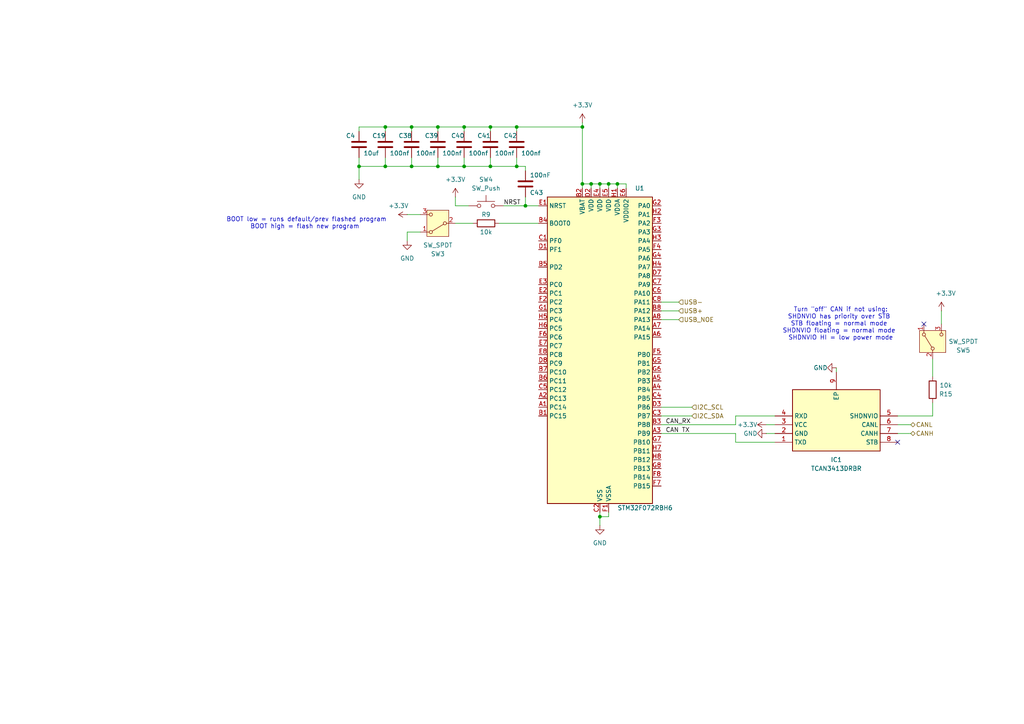
<source format=kicad_sch>
(kicad_sch (version 20231120) (generator "eeschema") (generator_version "8.0")
  (paper "A4")
  (lib_symbols
    (symbol "Device:C" (pin_numbers hide) (pin_names (offset 0.254))
      (property "Reference" "C" (at 0.635 2.54 0))
      (property "Value" "C" (at 0.635 -2.54 0))
      (symbol "C_0_1"
        (polyline (pts (xy -2.032 -0.762) (xy 2.032 -0.762)) (stroke (width 0.508)))
        (polyline (pts (xy -2.032 0.762) (xy 2.032 0.762)) (stroke (width 0.508)))
      )
      (symbol "C_1_1"
        (pin passive line (at 0 3.81 270) (length 2.794) (name "~") (number "1"))
        (pin passive line (at 0 -3.81 90) (length 2.794) (name "~") (number "2"))
      )
    )
    (symbol "Device:R" (pin_numbers hide) (pin_names (offset 0))
      (property "Reference" "R" (at 2.032 0 90))
      (property "Value" "R" (at 0 0 90))
      (symbol "R_0_1"
        (rectangle (start -1.016 -2.54) (end 1.016 2.54) (stroke (width 0.254)))
      )
      (symbol "R_1_1"
        (pin passive line (at 0 3.81 270) (length 1.27) (name "~") (number "1"))
        (pin passive line (at 0 -3.81 90) (length 1.27) (name "~") (number "2"))
      )
    )
    (symbol "MCU_ST_STM32F0:STM32F072RBHx"
      (property "Reference" "U" (at -15.24 46.99 0))
      (property "Value" "STM32F072RBHx" (at 10.16 46.99 0))
      (symbol "STM32F072RBHx_0_1"
        (rectangle (start -15.24 -43.18) (end 15.24 45.72) (stroke (width 0.254)) (fill (type background)))
      )
      (symbol "STM32F072RBHx_1_1"
        (pin bidirectional line (at -17.78 -15.24 0) (length 2.54) (name "PC14") (number "A1"))
        (pin bidirectional line (at -17.78 -12.7 0) (length 2.54) (name "PC13") (number "A2"))
        (pin bidirectional line (at 17.78 -22.86 180) (length 2.54) (name "PB9") (number "A3"))
        (pin bidirectional line (at 17.78 -10.16 180) (length 2.54) (name "PB4") (number "A4"))
        (pin bidirectional line (at 17.78 -7.62 180) (length 2.54) (name "PB3") (number "A5"))
        (pin bidirectional line (at 17.78 5.08 180) (length 2.54) (name "PA15") (number "A6"))
        (pin bidirectional line (at 17.78 7.62 180) (length 2.54) (name "PA14") (number "A7"))
        (pin bidirectional line (at 17.78 10.16 180) (length 2.54) (name "PA13") (number "A8"))
        (pin bidirectional line (at -17.78 -17.78 0) (length 2.54) (name "PC15") (number "B1"))
        (pin power_in line (at -5.08 48.26 270) (length 2.54) (name "VBAT") (number "B2"))
        (pin bidirectional line (at 17.78 -20.32 180) (length 2.54) (name "PB8") (number "B3"))
        (pin input line (at -17.78 38.1 0) (length 2.54) (name "BOOT0") (number "B4"))
        (pin bidirectional line (at -17.78 25.4 0) (length 2.54) (name "PD2") (number "B5"))
        (pin bidirectional line (at -17.78 -7.62 0) (length 2.54) (name "PC11") (number "B6"))
        (pin bidirectional line (at -17.78 -5.08 0) (length 2.54) (name "PC10") (number "B7"))
        (pin bidirectional line (at 17.78 12.7 180) (length 2.54) (name "PA12") (number "B8"))
        (pin bidirectional line (at -17.78 33.02 0) (length 2.54) (name "PF0") (number "C1"))
        (pin power_in line (at 0 -45.72 90) (length 2.54) (name "VSS") (number "C2"))
        (pin bidirectional line (at 17.78 -17.78 180) (length 2.54) (name "PB7") (number "C3"))
        (pin bidirectional line (at 17.78 -12.7 180) (length 2.54) (name "PB5") (number "C4"))
        (pin bidirectional line (at -17.78 -10.16 0) (length 2.54) (name "PC12") (number "C5"))
        (pin bidirectional line (at 17.78 17.78 180) (length 2.54) (name "PA10") (number "C6"))
        (pin bidirectional line (at 17.78 20.32 180) (length 2.54) (name "PA9") (number "C7"))
        (pin bidirectional line (at 17.78 15.24 180) (length 2.54) (name "PA11") (number "C8"))
        (pin bidirectional line (at -17.78 30.48 0) (length 2.54) (name "PF1") (number "D1"))
        (pin power_in line (at -2.54 48.26 270) (length 2.54) (name "VDD") (number "D2"))
        (pin bidirectional line (at 17.78 -15.24 180) (length 2.54) (name "PB6") (number "D3"))
        (pin passive line (at 0 -45.72 90) (length 2.54) hide (name "VSS") (number "D4"))
        (pin passive line (at 0 -45.72 90) (length 2.54) hide (name "VSS") (number "D5"))
        (pin passive line (at 0 -45.72 90) (length 2.54) hide (name "VSS") (number "D6"))
        (pin bidirectional line (at 17.78 22.86 180) (length 2.54) (name "PA8") (number "D7"))
        (pin bidirectional line (at -17.78 -2.54 0) (length 2.54) (name "PC9") (number "D8"))
        (pin input line (at -17.78 43.18 0) (length 2.54) (name "NRST") (number "E1"))
        (pin bidirectional line (at -17.78 17.78 0) (length 2.54) (name "PC1") (number "E2"))
        (pin bidirectional line (at -17.78 20.32 0) (length 2.54) (name "PC0") (number "E3"))
        (pin power_in line (at 0 48.26 270) (length 2.54) (name "VDD") (number "E4"))
        (pin power_in line (at 2.54 48.26 270) (length 2.54) (name "VDD") (number "E5"))
        (pin power_in line (at 7.62 48.26 270) (length 2.54) (name "VDDIO2") (number "E6"))
        (pin bidirectional line (at -17.78 2.54 0) (length 2.54) (name "PC7") (number "E7"))
        (pin bidirectional line (at -17.78 0 0) (length 2.54) (name "PC8") (number "E8"))
        (pin power_in line (at 2.54 -45.72 90) (length 2.54) (name "VSSA") (number "F1"))
        (pin bidirectional line (at -17.78 15.24 0) (length 2.54) (name "PC2") (number "F2"))
        (pin bidirectional line (at 17.78 38.1 180) (length 2.54) (name "PA2") (number "F3"))
        (pin bidirectional line (at 17.78 30.48 180) (length 2.54) (name "PA5") (number "F4"))
        (pin bidirectional line (at 17.78 0 180) (length 2.54) (name "PB0") (number "F5"))
        (pin bidirectional line (at -17.78 5.08 0) (length 2.54) (name "PC6") (number "F6"))
        (pin bidirectional line (at 17.78 -38.1 180) (length 2.54) (name "PB15") (number "F7"))
        (pin bidirectional line (at 17.78 -35.56 180) (length 2.54) (name "PB14") (number "F8"))
        (pin bidirectional line (at -17.78 12.7 0) (length 2.54) (name "PC3") (number "G1"))
        (pin bidirectional line (at 17.78 43.18 180) (length 2.54) (name "PA0") (number "G2"))
        (pin bidirectional line (at 17.78 35.56 180) (length 2.54) (name "PA3") (number "G3"))
        (pin bidirectional line (at 17.78 27.94 180) (length 2.54) (name "PA6") (number "G4"))
        (pin bidirectional line (at 17.78 -2.54 180) (length 2.54) (name "PB1") (number "G5"))
        (pin bidirectional line (at 17.78 -5.08 180) (length 2.54) (name "PB2") (number "G6"))
        (pin bidirectional line (at 17.78 -25.4 180) (length 2.54) (name "PB10") (number "G7"))
        (pin bidirectional line (at 17.78 -33.02 180) (length 2.54) (name "PB13") (number "G8"))
        (pin power_in line (at 5.08 48.26 270) (length 2.54) (name "VDDA") (number "H1"))
        (pin bidirectional line (at 17.78 40.64 180) (length 2.54) (name "PA1") (number "H2"))
        (pin bidirectional line (at 17.78 33.02 180) (length 2.54) (name "PA4") (number "H3"))
        (pin bidirectional line (at 17.78 25.4 180) (length 2.54) (name "PA7") (number "H4"))
        (pin bidirectional line (at -17.78 10.16 0) (length 2.54) (name "PC4") (number "H5"))
        (pin bidirectional line (at -17.78 7.62 0) (length 2.54) (name "PC5") (number "H6"))
        (pin bidirectional line (at 17.78 -27.94 180) (length 2.54) (name "PB11") (number "H7"))
        (pin bidirectional line (at 17.78 -30.48 180) (length 2.54) (name "PB12") (number "H8"))
      )
    )
    (symbol "SamacSys_Parts:TCAN3413DRBR"
      (property "Reference" "IC" (at 31.75 7.62 0))
      (property "Value" "TCAN3413DRBR" (at 31.75 5.08 0))
      (symbol "TCAN3413DRBR_1_1"
        (rectangle (start 5.08 2.54) (end 30.48 -15.24) (stroke (width 0.254)) (fill (type background)))
        (pin passive line (at 0 0 0) (length 5.08) (name "TXD") (number "1"))
        (pin passive line (at 0 -2.54 0) (length 5.08) (name "GND") (number "2"))
        (pin passive line (at 0 -5.08 0) (length 5.08) (name "VCC") (number "3"))
        (pin passive line (at 0 -7.62 0) (length 5.08) (name "RXD") (number "4"))
        (pin passive line (at 35.56 -7.62 180) (length 5.08) (name "SHDNVIO") (number "5"))
        (pin passive line (at 35.56 -5.08 180) (length 5.08) (name "CANL") (number "6"))
        (pin passive line (at 35.56 -2.54 180) (length 5.08) (name "CANH") (number "7"))
        (pin passive line (at 35.56 0 180) (length 5.08) (name "STB") (number "8"))
        (pin passive line (at 17.78 -20.32 90) (length 5.08) (name "EP") (number "9"))
      )
    )
    (symbol "Switch:SW_Push" (pin_numbers hide) (pin_names (offset 1.016) hide)
      (property "Reference" "SW" (at 1.27 2.54 0))
      (property "Value" "SW_Push" (at 0 -1.524 0))
      (symbol "SW_Push_0_1"
        (circle (center -2.032 0) (radius 0.508))
        (polyline (pts (xy 0 1.27) (xy 0 3.048)))
        (polyline (pts (xy 2.54 1.27) (xy -2.54 1.27)))
        (circle (center 2.032 0) (radius 0.508))
        (pin passive line (at -5.08 0 0) (length 2.54) (name "1") (number "1"))
        (pin passive line (at 5.08 0 180) (length 2.54) (name "2") (number "2"))
      )
    )
    (symbol "Switch:SW_SPDT" (pin_names (offset 0) hide)
      (property "Reference" "SW" (at 0 5.08 0))
      (property "Value" "SW_SPDT" (at 0 -5.08 0))
      (symbol "SW_SPDT_0_1"
        (circle (center -2.032 0) (radius 0.4572))
        (polyline (pts (xy -1.651 0.254) (xy 1.651 2.286)))
        (circle (center 2.032 -2.54) (radius 0.4572))
        (circle (center 2.032 2.54) (radius 0.4572))
      )
      (symbol "SW_SPDT_1_1"
        (rectangle (start -3.175 3.81) (end 3.175 -3.81) (fill (type background)))
        (pin passive line (at 5.08 2.54 180) (length 2.54) (name "A") (number "1"))
        (pin passive line (at -5.08 0 0) (length 2.54) (name "B") (number "2"))
        (pin passive line (at 5.08 -2.54 180) (length 2.54) (name "C") (number "3"))
      )
    )
    (symbol "power:+3.3V" (power) (pin_numbers hide) (pin_names (offset 0) hide)
      (property "Value" "+3.3V" (at 0 3.556 0))
      (symbol "+3.3V_0_1"
        (polyline (pts (xy -0.762 1.27) (xy 0 2.54)))
        (polyline (pts (xy 0 0) (xy 0 2.54)))
        (polyline (pts (xy 0 2.54) (xy 0.762 1.27)))
      )
      (symbol "+3.3V_1_1"
        (pin power_in line (at 0 0 90) (length 0) (name "~") (number "1"))
      )
    )
    (symbol "power:GND" (power) (pin_numbers hide) (pin_names (offset 0) hide)
      (property "Value" "GND" (at 0 -3.81 0))
      (symbol "GND_0_1"
        (polyline (pts (xy 0 0) (xy 0 -1.27) (xy 1.27 -1.27) (xy 0 -2.54) (xy -1.27 -1.27) (xy 0 -1.27)))
      )
      (symbol "GND_1_1"
        (pin power_in line (at 0 0 270) (length 0) (name "~") (number "1"))
      )
    )
  )
  (junction (at 119.38 36.83))
  (junction (at 152.4 59.69))
  (junction (at 149.86 48.26))
  (junction (at 173.99 149.86))
  (junction (at 111.76 48.26))
  (junction (at 111.76 36.83))
  (junction (at 142.24 48.26))
  (junction (at 149.86 36.83))
  (junction (at 173.99 53.34))
  (junction (at 104.14 48.26))
  (junction (at 134.62 48.26))
  (junction (at 168.91 36.83))
  (junction (at 134.62 36.83))
  (junction (at 142.24 36.83))
  (junction (at 127 48.26))
  (junction (at 179.07 53.34))
  (junction (at 127 36.83))
  (junction (at 176.53 53.34))
  (junction (at 168.91 53.34))
  (junction (at 171.45 53.34))
  (junction (at 119.38 48.26))
  (no_connect (at 260.35 128.27))
  (no_connect (at 267.97 93.98))
  (wire (pts (xy 149.86 36.83) (xy 168.91 36.83)))
  (wire (pts (xy 191.77 92.71) (xy 196.85 92.71)))
  (wire (pts (xy 132.08 64.77) (xy 137.16 64.77)))
  (wire (pts (xy 171.45 54.61) (xy 171.45 53.34)))
  (wire (pts (xy 179.07 53.34) (xy 181.61 53.34)))
  (wire (pts (xy 171.45 53.34) (xy 173.99 53.34)))
  (wire (pts (xy 173.99 148.59) (xy 173.99 149.86)))
  (wire (pts (xy 142.24 36.83) (xy 134.62 36.83)))
  (wire (pts (xy 104.14 48.26) (xy 104.14 52.07)))
  (wire (pts (xy 224.79 125.73) (xy 222.25 125.73)))
  (wire (pts (xy 173.99 149.86) (xy 173.99 152.4)))
  (wire (pts (xy 176.53 149.86) (xy 173.99 149.86)))
  (wire (pts (xy 134.62 36.83) (xy 127 36.83)))
  (wire (pts (xy 119.38 36.83) (xy 111.76 36.83)))
  (wire (pts (xy 176.53 148.59) (xy 176.53 149.86)))
  (wire (pts (xy 118.11 62.23) (xy 121.92 62.23)))
  (wire (pts (xy 260.35 120.65) (xy 270.51 120.65)))
  (wire (pts (xy 111.76 45.72) (xy 111.76 48.26)))
  (wire (pts (xy 104.14 36.83) (xy 104.14 38.1)))
  (wire (pts (xy 104.14 45.72) (xy 104.14 48.26)))
  (wire (pts (xy 168.91 53.34) (xy 171.45 53.34)))
  (wire (pts (xy 111.76 36.83) (xy 104.14 36.83)))
  (wire (pts (xy 132.08 57.15) (xy 132.08 59.69)))
  (wire (pts (xy 191.77 120.65) (xy 200.66 120.65)))
  (wire (pts (xy 260.35 123.19) (xy 264.16 123.19)))
  (wire (pts (xy 176.53 53.34) (xy 179.07 53.34)))
  (wire (pts (xy 191.77 87.63) (xy 196.85 87.63)))
  (wire (pts (xy 260.35 125.73) (xy 264.16 125.73)))
  (wire (pts (xy 191.77 90.17) (xy 196.85 90.17)))
  (wire (pts (xy 134.62 36.83) (xy 134.62 38.1)))
  (wire (pts (xy 135.89 59.69) (xy 132.08 59.69)))
  (wire (pts (xy 149.86 48.26) (xy 149.86 45.72)))
  (wire (pts (xy 181.61 54.61) (xy 181.61 53.34)))
  (wire (pts (xy 273.05 90.17) (xy 273.05 93.98)))
  (wire (pts (xy 224.79 123.19) (xy 222.25 123.19)))
  (wire (pts (xy 127 36.83) (xy 119.38 36.83)))
  (wire (pts (xy 142.24 36.83) (xy 142.24 38.1)))
  (wire (pts (xy 152.4 57.15) (xy 152.4 59.69)))
  (wire (pts (xy 104.14 48.26) (xy 111.76 48.26)))
  (wire (pts (xy 213.36 125.73) (xy 213.36 128.27)))
  (wire (pts (xy 111.76 36.83) (xy 111.76 38.1)))
  (wire (pts (xy 127 48.26) (xy 134.62 48.26)))
  (wire (pts (xy 149.86 38.1) (xy 149.86 36.83)))
  (wire (pts (xy 213.36 120.65) (xy 224.79 120.65)))
  (wire (pts (xy 191.77 125.73) (xy 213.36 125.73)))
  (wire (pts (xy 242.57 106.68) (xy 242.57 107.95)))
  (wire (pts (xy 191.77 123.19) (xy 213.36 123.19)))
  (wire (pts (xy 134.62 48.26) (xy 142.24 48.26)))
  (wire (pts (xy 111.76 48.26) (xy 119.38 48.26)))
  (wire (pts (xy 149.86 36.83) (xy 142.24 36.83)))
  (wire (pts (xy 168.91 36.83) (xy 168.91 53.34)))
  (wire (pts (xy 118.11 67.31) (xy 118.11 69.85)))
  (wire (pts (xy 144.78 64.77) (xy 156.21 64.77)))
  (wire (pts (xy 213.36 120.65) (xy 213.36 123.19)))
  (wire (pts (xy 191.77 118.11) (xy 200.66 118.11)))
  (wire (pts (xy 179.07 53.34) (xy 179.07 54.61)))
  (wire (pts (xy 119.38 36.83) (xy 119.38 38.1)))
  (wire (pts (xy 149.86 48.26) (xy 152.4 48.26)))
  (wire (pts (xy 152.4 49.53) (xy 152.4 48.26)))
  (wire (pts (xy 168.91 54.61) (xy 168.91 53.34)))
  (wire (pts (xy 168.91 35.56) (xy 168.91 36.83)))
  (wire (pts (xy 119.38 45.72) (xy 119.38 48.26)))
  (wire (pts (xy 127 36.83) (xy 127 38.1)))
  (wire (pts (xy 134.62 45.72) (xy 134.62 48.26)))
  (wire (pts (xy 270.51 104.14) (xy 270.51 109.22)))
  (wire (pts (xy 142.24 45.72) (xy 142.24 48.26)))
  (wire (pts (xy 270.51 116.84) (xy 270.51 120.65)))
  (wire (pts (xy 142.24 48.26) (xy 149.86 48.26)))
  (wire (pts (xy 118.11 67.31) (xy 121.92 67.31)))
  (wire (pts (xy 119.38 48.26) (xy 127 48.26)))
  (wire (pts (xy 176.53 53.34) (xy 176.53 54.61)))
  (wire (pts (xy 146.05 59.69) (xy 152.4 59.69)))
  (wire (pts (xy 173.99 53.34) (xy 173.99 54.61)))
  (wire (pts (xy 127 45.72) (xy 127 48.26)))
  (wire (pts (xy 173.99 53.34) (xy 176.53 53.34)))
  (wire (pts (xy 213.36 128.27) (xy 224.79 128.27)))
  (wire (pts (xy 152.4 59.69) (xy 156.21 59.69)))
  (text "BOOT low = runs default/prev flashed program\nBOOT high = flash new program " (at 88.9 64.77 0) (effects (font (size 1.27 1.27))))
  (text "Turn \"off\" CAN if not using:\nSHDNVIO has priority over STB \nSTB floating = normal mode \nSHDNVIO floating = normal mode \nSHDNVIO HI = low power mode" (at 243.84 93.98 0) (effects (font (size 1.27 1.27))))
  (label "NRST" (at 146.05 59.69 0))
  (label "CAN_RX" (at 193.04 123.19 0))
  (label "CAN TX" (at 193.04 125.73 0))
  (hierarchical_label "I2C_SCL" (shape input) (at 200.66 118.11 0))
  (hierarchical_label "CANL" (shape bidirectional) (at 264.16 123.19 0))
  (hierarchical_label "I2C_SDA" (shape input) (at 200.66 120.65 0))
  (hierarchical_label "USB_NOE" (shape input) (at 196.85 92.71 0))
  (hierarchical_label "CANH" (shape bidirectional) (at 264.16 125.73 0))
  (hierarchical_label "USB-" (shape input) (at 196.85 87.63 0))
  (hierarchical_label "USB+" (shape input) (at 196.85 90.17 0))
  (symbol (lib_id "MCU_ST_STM32F0:STM32F072RBHx") (at 173.99 102.87 0) (unit 1)
    (property "Reference" "U1" (at 184.15 54.61 0) (effects (justify left)))
    (property "Value" "STM32F072RBH6" (at 179.07 147.32 0) (effects (justify left)))
    (property "Footprint" "Package_BGA:UFBGA-64_5x5mm_Layout8x8_P0.5mm" (effects (hide yes)))
    (property "Datasheet" "https://www.st.com/resource/en/datasheet/stm32f072rb.pdf" (effects (hide yes)))
    (property "Description" "STMicroelectronics Arm Cortex-M0 MCU, 128KB flash, 16KB RAM, 48 MHz, 2.0-3.6V, 51 GPIO, UFBGA64" (effects (hide yes)))
  )
  (symbol (lib_id "Device:C") (at 104.14 41.91 0) (unit 1)
    (property "Reference" "C4" (at 100.33 39.37 0) (effects (justify left)))
    (property "Value" "10uf" (at 105.41 44.45 0) (effects (justify left)))
    (property "Description" "Unpolarized capacitor" (effects (hide yes)))
  )
  (symbol (lib_id "Switch:SW_Push") (at 140.97 59.69 0) (unit 1)
    (property "Reference" "SW4" (at 140.97 52.07 0))
    (property "Value" "SW_Push" (at 140.97 54.61 0))
    (property "Description" "Push button switch, generic, two pins" (effects (hide yes)))
  )
  (symbol (lib_id "power:+3.3V") (at 168.91 35.56 0) (unit 1)
    (property "Reference" "#PWR047" (effects (hide yes)))
    (property "Value" "+3.3V" (at 168.91 30.48 0))
    (property "Description" "Power symbol creates a global label with name \"+3.3V\"" (effects (hide yes)))
  )
  (symbol (lib_id "SamacSys_Parts:TCAN3413DRBR") (at 224.79 128.27 0) (mirror x) (unit 1)
    (property "Reference" "IC1" (at 242.57 133.35 0))
    (property "Value" "TCAN3413DRBR" (at 242.57 135.89 0))
    (property "Footprint" "SON65P300X300X100-9N-D" (effects (hide yes)))
    (property "Datasheet" "https://www.ti.com/lit/ds/symlink/tcan3413.pdf?ts=1718592096977&ref_url=https%253A%252F%252Fwww.ti.com%252Fproduct%252FTCAN3413%253Futm_source%253Dgoogle%2526utm_medium%253Dcpc%2526utm_campaign%253Dasc-int-null-44700045336317218_prodfolderdynamic-cpc-pf-g" (effects (hide yes)))
    (property "Description" "CAN Interface IC 3.3-V CAN FD transceiver with flexible IO and standby mode" (effects (hide yes)))
    (property "Height" "1" (effects (hide yes)))
    (property "Mouser Part Number" "595-TCAN3413DRBR" (effects (hide yes)))
    (property "Mouser Price/Stock" "https://www.mouser.co.uk/ProductDetail/Texas-Instruments/TCAN3413DRBR?qs=2wMNvWM5ZX64aRv6u22jVg%3D%3D" (effects (hide yes)))
    (property "Manufacturer_Name" "Texas Instruments" (effects (hide yes)))
    (property "Manufacturer_Part_Number" "TCAN3413DRBR" (effects (hide yes)))
  )
  (symbol (lib_id "power:GND") (at 118.11 69.85 0) (unit 1)
    (property "Reference" "#PWR020" (effects (hide yes)))
    (property "Value" "GND" (at 118.11 74.93 0))
    (property "Description" "Power symbol creates a global label with name \"GND\" , ground" (effects (hide yes)))
  )
  (symbol (lib_id "Switch:SW_SPDT") (at 127 64.77 180) (unit 1)
    (property "Reference" "SW3" (at 127 73.66 0))
    (property "Value" "SW_SPDT" (at 127 71.12 0))
    (property "Description" "Switch, single pole double throw" (effects (hide yes)))
  )
  (symbol (lib_id "Device:C") (at 149.86 41.91 0) (unit 1)
    (property "Reference" "C42" (at 146.05 39.37 0) (effects (justify left)))
    (property "Value" "100nf" (at 151.13 44.45 0) (effects (justify left)))
    (property "Description" "Unpolarized capacitor" (effects (hide yes)))
  )
  (symbol (lib_id "power:+3.3V") (at 273.05 90.17 0) (unit 1)
    (property "Reference" "#PWR0110" (effects (hide yes)))
    (property "Value" "+3.3V" (at 274.32 85.09 0))
    (property "Description" "Power symbol creates a global label with name \"+3.3V\"" (effects (hide yes)))
  )
  (symbol (lib_id "power:+3.3V") (at 118.11 62.23 90) (unit 1)
    (property "Reference" "#PWR019" (effects (hide yes)))
    (property "Value" "+3.3V" (at 115.57 59.69 90))
    (property "Description" "Power symbol creates a global label with name \"+3.3V\"" (effects (hide yes)))
  )
  (symbol (lib_id "Device:C") (at 119.38 41.91 0) (unit 1)
    (property "Reference" "C38" (at 115.57 39.37 0) (effects (justify left)))
    (property "Value" "100nf" (at 120.65 44.45 0) (effects (justify left)))
    (property "Description" "Unpolarized capacitor" (effects (hide yes)))
  )
  (symbol (lib_id "power:+3.3V") (at 222.25 123.19 90) (mirror x) (unit 1)
    (property "Reference" "#PWR021" (effects (hide yes)))
    (property "Value" "+3.3V" (at 219.71 123.19 90) (effects (justify left)))
    (property "Description" "Power symbol creates a global label with name \"+3.3V\"" (effects (hide yes)))
  )
  (symbol (lib_id "Device:C") (at 152.4 53.34 0) (unit 1)
    (property "Reference" "C43" (at 153.67 55.88 0) (effects (justify left)))
    (property "Value" "100nF" (at 153.67 50.8 0) (effects (justify left)))
    (property "Description" "Unpolarized capacitor" (effects (hide yes)))
  )
  (symbol (lib_id "Device:C") (at 127 41.91 0) (unit 1)
    (property "Reference" "C39" (at 123.19 39.37 0) (effects (justify left)))
    (property "Value" "100nf" (at 128.27 44.45 0) (effects (justify left)))
    (property "Description" "Unpolarized capacitor" (effects (hide yes)))
  )
  (symbol (lib_id "power:GND") (at 173.99 152.4 0) (unit 1)
    (property "Reference" "#PWR050" (effects (hide yes)))
    (property "Value" "GND" (at 173.99 157.48 0))
    (property "Description" "Power symbol creates a global label with name \"GND\" , ground" (effects (hide yes)))
  )
  (symbol (lib_id "power:GND") (at 242.57 106.68 270) (mirror x) (unit 1)
    (property "Reference" "#PWR0109" (effects (hide yes)))
    (property "Value" "GND" (at 240.03 106.68 90) (effects (justify right)))
    (property "Description" "Power symbol creates a global label with name \"GND\" , ground" (effects (hide yes)))
  )
  (symbol (lib_id "power:GND") (at 104.14 52.07 0) (unit 1)
    (property "Reference" "#PWR018" (effects (hide yes)))
    (property "Value" "GND" (at 104.14 57.15 0))
    (property "Description" "Power symbol creates a global label with name \"GND\" , ground" (effects (hide yes)))
  )
  (symbol (lib_id "Device:C") (at 142.24 41.91 0) (unit 1)
    (property "Reference" "C41" (at 138.43 39.37 0) (effects (justify left)))
    (property "Value" "100nf" (at 143.51 44.45 0) (effects (justify left)))
    (property "Description" "Unpolarized capacitor" (effects (hide yes)))
  )
  (symbol (lib_id "power:GND") (at 222.25 125.73 270) (mirror x) (unit 1)
    (property "Reference" "#PWR022" (effects (hide yes)))
    (property "Value" "GND" (at 219.71 125.73 90) (effects (justify right)))
    (property "Description" "Power symbol creates a global label with name \"GND\" , ground" (effects (hide yes)))
  )
  (symbol (lib_id "Device:R") (at 140.97 64.77 90) (unit 1)
    (property "Reference" "R9" (at 140.97 62.23 90))
    (property "Value" "10k" (at 140.97 67.31 90))
    (property "Description" "Resistor" (effects (hide yes)))
  )
  (symbol (lib_id "Switch:SW_SPDT") (at 270.51 99.06 90) (unit 1)
    (property "Reference" "SW5" (at 279.4 101.6 90))
    (property "Value" "SW_SPDT" (at 279.4 99.06 90))
    (property "Description" "Switch, single pole double throw" (effects (hide yes)))
  )
  (symbol (lib_id "power:+3.3V") (at 132.08 57.15 0) (unit 1)
    (property "Reference" "#PWR045" (effects (hide yes)))
    (property "Value" "+3.3V" (at 132.08 52.07 0))
    (property "Description" "Power symbol creates a global label with name \"+3.3V\"" (effects (hide yes)))
  )
  (symbol (lib_id "Device:C") (at 134.62 41.91 0) (unit 1)
    (property "Reference" "C40" (at 130.81 39.37 0) (effects (justify left)))
    (property "Value" "100nf" (at 135.89 44.45 0) (effects (justify left)))
    (property "Description" "Unpolarized capacitor" (effects (hide yes)))
  )
  (symbol (lib_id "Device:R") (at 270.51 113.03 0) (unit 1)
    (property "Reference" "R15" (at 274.32 114.3 0))
    (property "Value" "10k" (at 274.32 111.76 0))
    (property "Description" "Resistor" (effects (hide yes)))
  )
  (symbol (lib_id "Device:C") (at 111.76 41.91 0) (unit 1)
    (property "Reference" "C19" (at 107.95 39.37 0) (effects (justify left)))
    (property "Value" "100nf" (at 113.03 44.45 0) (effects (justify left)))
    (property "Description" "Unpolarized capacitor" (effects (hide yes)))
  )
)
</source>
